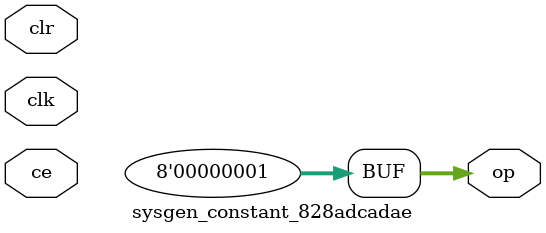
<source format=v>
module sysgen_constant_828adcadae (
  output [(8 - 1):0] op,
  input clk,
  input ce,
  input clr);
  assign op = 8'b00000001;
endmodule
</source>
